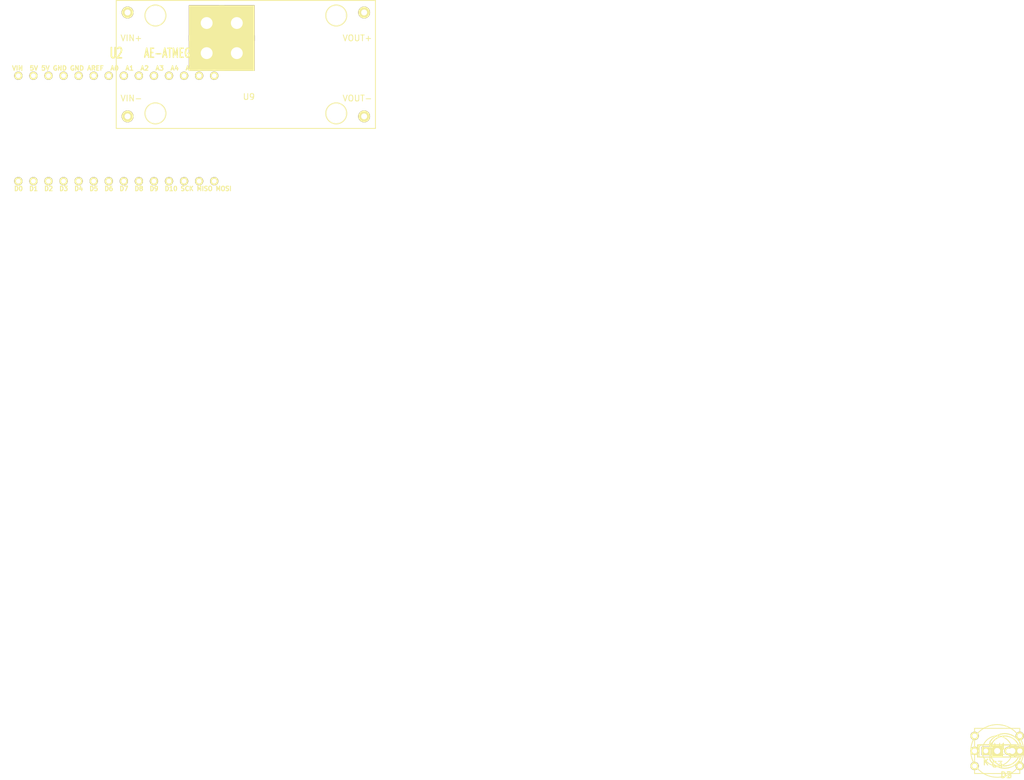
<source format=kicad_pcb>
(kicad_pcb (version 4) (host pcbnew 4.0.2+dfsg1-stable)

  (general
    (links 12)
    (no_connects 9)
    (area 0 0 0 0)
    (thickness 1.6002)
    (drawings 0)
    (tracks 0)
    (zones 0)
    (modules 11)
    (nets 39)
  )

  (page A4)
  (title_block
    (date "30 jun 2012")
  )

  (layers
    (0 表面 signal)
    (31 裏面 signal)
    (32 B.Adhes user)
    (33 F.Adhes user)
    (34 B.Paste user)
    (35 F.Paste user)
    (36 B.SilkS user)
    (37 F.SilkS user)
    (38 B.Mask user)
    (39 F.Mask user)
    (40 Dwgs.User user)
    (41 Cmts.User user)
    (42 Eco1.User user)
    (43 Eco2.User user)
    (44 Edge.Cuts user)
  )

  (setup
    (last_trace_width 0.2032)
    (user_trace_width 0.635)
    (user_trace_width 1.27)
    (user_trace_width 2.54)
    (trace_clearance 0.254)
    (zone_clearance 0.508)
    (zone_45_only no)
    (trace_min 0.2032)
    (segment_width 0.381)
    (edge_width 0.381)
    (via_size 0.889)
    (via_drill 0.635)
    (via_min_size 0.889)
    (via_min_drill 0.508)
    (user_via 2.54 2.032)
    (user_via 5.08 3.81)
    (user_via 10.16 7.62)
    (uvia_size 0.508)
    (uvia_drill 0.127)
    (uvias_allowed no)
    (uvia_min_size 0.508)
    (uvia_min_drill 0.127)
    (pcb_text_width 0.3048)
    (pcb_text_size 1.524 2.032)
    (mod_edge_width 0.381)
    (mod_text_size 1.524 1.524)
    (mod_text_width 0.3048)
    (pad_size 1.397 1.397)
    (pad_drill 0.8128)
    (pad_to_mask_clearance 0.254)
    (aux_axis_origin 112.268 73.914)
    (grid_origin 158.242 76.454)
    (visible_elements FFFFFF7F)
    (pcbplotparams
      (layerselection 0x00030_80000001)
      (usegerberextensions true)
      (excludeedgelayer true)
      (linewidth 0.150000)
      (plotframeref false)
      (viasonmask false)
      (mode 1)
      (useauxorigin false)
      (hpglpennumber 1)
      (hpglpenspeed 20)
      (hpglpendiameter 15)
      (hpglpenoverlay 0)
      (psnegative false)
      (psa4output false)
      (plotreference true)
      (plotvalue true)
      (plotinvisibletext false)
      (padsonsilk false)
      (subtractmaskfromsilk false)
      (outputformat 1)
      (mirror false)
      (drillshape 1)
      (scaleselection 1)
      (outputdirectory D53181_1_5x5/))
  )

  (net 0 "")
  (net 1 GND)
  (net 2 N-000007)
  (net 3 N-000057)
  (net 4 +5V)
  (net 5 N-000006)
  (net 6 +24V)
  (net 7 "Net-(D1-Pad2)")
  (net 8 "Net-(D2-Pad2)")
  (net 9 "Net-(D3-Pad2)")
  (net 10 "Net-(P1-Pad2)")
  (net 11 "Net-(P2-Pad2)")
  (net 12 "Net-(P3-Pad2)")
  (net 13 "Net-(U2-PadVIN)")
  (net 14 /W0)
  (net 15 /R)
  (net 16 /G)
  (net 17 /B)
  (net 18 "Net-(U2-PadIO8)")
  (net 19 "Net-(U2-PadIO9)")
  (net 20 "Net-(U2-PadIO10)")
  (net 21 "Net-(U2-PadSCK)")
  (net 22 /W2)
  (net 23 /W1)
  (net 24 "Net-(U2-PadMOSI)")
  (net 25 "Net-(U2-PadMISO)")
  (net 26 "Net-(U2-PadAD6)")
  (net 27 "Net-(U2-PadAD7)")
  (net 28 "Net-(U2-PadAD5)")
  (net 29 "Net-(U2-PadAD4)")
  (net 30 "Net-(U2-PadAD3)")
  (net 31 "Net-(U2-PadAD2)")
  (net 32 "Net-(U2-PadAD1)")
  (net 33 "Net-(U2-PadAD0)")
  (net 34 "Net-(U2-PadAREF)")
  (net 35 "Net-(U9-Pad1)")
  (net 36 "Net-(U9-Pad3)")
  (net 37 "Net-(U9-Pad2)")
  (net 38 "Net-(U9-Pad4)")

  (net_class Default "これは標準のネット クラスです。"
    (clearance 0.254)
    (trace_width 0.2032)
    (via_dia 0.889)
    (via_drill 0.635)
    (uvia_dia 0.508)
    (uvia_drill 0.127)
    (add_net +24V)
    (add_net +5V)
    (add_net /B)
    (add_net /G)
    (add_net /R)
    (add_net /W0)
    (add_net /W1)
    (add_net /W2)
    (add_net GND)
    (add_net N-000006)
    (add_net N-000007)
    (add_net N-000057)
    (add_net "Net-(D1-Pad2)")
    (add_net "Net-(D2-Pad2)")
    (add_net "Net-(D3-Pad2)")
    (add_net "Net-(P1-Pad2)")
    (add_net "Net-(P2-Pad2)")
    (add_net "Net-(P3-Pad2)")
    (add_net "Net-(U2-PadAD0)")
    (add_net "Net-(U2-PadAD1)")
    (add_net "Net-(U2-PadAD2)")
    (add_net "Net-(U2-PadAD3)")
    (add_net "Net-(U2-PadAD4)")
    (add_net "Net-(U2-PadAD5)")
    (add_net "Net-(U2-PadAD6)")
    (add_net "Net-(U2-PadAD7)")
    (add_net "Net-(U2-PadAREF)")
    (add_net "Net-(U2-PadIO10)")
    (add_net "Net-(U2-PadIO8)")
    (add_net "Net-(U2-PadIO9)")
    (add_net "Net-(U2-PadMISO)")
    (add_net "Net-(U2-PadMOSI)")
    (add_net "Net-(U2-PadSCK)")
    (add_net "Net-(U2-PadVIN)")
    (add_net "Net-(U9-Pad1)")
    (add_net "Net-(U9-Pad2)")
    (add_net "Net-(U9-Pad3)")
    (add_net "Net-(U9-Pad4)")
  )

  (module C1.5V8V (layer 表面) (tedit 0) (tstamp 5943C9AF)
    (at 148.5011 105.0036)
    (path /593584E2)
    (fp_text reference C3 (at 0 2.286) (layer F.SilkS)
      (effects (font (size 1 1) (thickness 0.15)))
    )
    (fp_text value 100μF (at 0 -2.286) (layer F.Fab)
      (effects (font (size 1 1) (thickness 0.15)))
    )
    (fp_text user + (at -3.429 -0.127) (layer F.SilkS)
      (effects (font (size 1 1) (thickness 0.15)))
    )
    (fp_circle (center 0 0) (end 0 4.445) (layer F.SilkS) (width 0.15))
    (pad 1 thru_hole rect (at -1.905 0) (size 1.397 1.397) (drill 0.8128) (layers *.Cu *.Mask F.SilkS)
      (net 4 +5V))
    (pad 2 thru_hole circle (at 1.905 0) (size 1.397 1.397) (drill 0.8128) (layers *.Cu *.Mask F.SilkS)
      (net 1 GND))
    (model Discret.3dshapes/C1.5V8V.wrl
      (at (xyz 0 0 0))
      (scale (xyz 1.5 1.5 1))
      (rotate (xyz 0 0 0))
    )
  )

  (module D3 (layer 表面) (tedit 0) (tstamp 5943C9B5)
    (at 148.5011 105.0036)
    (descr "Diode 3 pas")
    (tags "DIODE DEV")
    (path /593589F4)
    (fp_text reference D1 (at 0 0) (layer F.SilkS)
      (effects (font (size 1 1) (thickness 0.15)))
    )
    (fp_text value D_Schottky (at 0 0) (layer F.Fab)
      (effects (font (size 1 1) (thickness 0.15)))
    )
    (fp_line (start 3.81 0) (end 3.048 0) (layer F.SilkS) (width 0.15))
    (fp_line (start 3.048 0) (end 3.048 -1.016) (layer F.SilkS) (width 0.15))
    (fp_line (start 3.048 -1.016) (end -3.048 -1.016) (layer F.SilkS) (width 0.15))
    (fp_line (start -3.048 -1.016) (end -3.048 0) (layer F.SilkS) (width 0.15))
    (fp_line (start -3.048 0) (end -3.81 0) (layer F.SilkS) (width 0.15))
    (fp_line (start -3.048 0) (end -3.048 1.016) (layer F.SilkS) (width 0.15))
    (fp_line (start -3.048 1.016) (end 3.048 1.016) (layer F.SilkS) (width 0.15))
    (fp_line (start 3.048 1.016) (end 3.048 0) (layer F.SilkS) (width 0.15))
    (fp_line (start 2.54 -1.016) (end 2.54 1.016) (layer F.SilkS) (width 0.15))
    (fp_line (start 2.286 1.016) (end 2.286 -1.016) (layer F.SilkS) (width 0.15))
    (pad 1 thru_hole rect (at 3.81 0) (size 1.397 1.397) (drill 0.8128) (layers *.Cu *.Mask F.SilkS)
      (net 6 +24V))
    (pad 2 thru_hole circle (at -3.81 0) (size 1.397 1.397) (drill 0.8128) (layers *.Cu *.Mask F.SilkS)
      (net 7 "Net-(D1-Pad2)"))
    (model Discret.3dshapes/D3.wrl
      (at (xyz 0 0 0))
      (scale (xyz 0.3 0.3 0.3))
      (rotate (xyz 0 0 0))
    )
  )

  (module LED-5MM (layer 表面) (tedit 5570F7EA) (tstamp 5943C9BB)
    (at 148.5011 105.0036)
    (descr "LED 5mm round vertical")
    (tags "LED 5mm round vertical")
    (path /5938E492)
    (fp_text reference D2 (at 1.524 4.064) (layer F.SilkS)
      (effects (font (size 1 1) (thickness 0.15)))
    )
    (fp_text value D_Schottky (at 1.524 -3.937) (layer F.Fab)
      (effects (font (size 1 1) (thickness 0.15)))
    )
    (fp_line (start -1.5 -1.55) (end -1.5 1.55) (layer F.CrtYd) (width 0.05))
    (fp_arc (start 1.3 0) (end -1.5 1.55) (angle -302) (layer F.CrtYd) (width 0.05))
    (fp_arc (start 1.27 0) (end -1.23 -1.5) (angle 297.5) (layer F.SilkS) (width 0.15))
    (fp_line (start -1.23 1.5) (end -1.23 -1.5) (layer F.SilkS) (width 0.15))
    (fp_circle (center 1.27 0) (end 0.97 -2.5) (layer F.SilkS) (width 0.15))
    (fp_text user K (at -1.905 1.905) (layer F.SilkS)
      (effects (font (size 1 1) (thickness 0.15)))
    )
    (pad 1 thru_hole rect (at 0 0 90) (size 2 1.9) (drill 1.00076) (layers *.Cu *.Mask F.SilkS)
      (net 6 +24V))
    (pad 2 thru_hole circle (at 2.54 0) (size 1.9 1.9) (drill 1.00076) (layers *.Cu *.Mask F.SilkS)
      (net 8 "Net-(D2-Pad2)"))
    (model LEDs.3dshapes/LED-5MM.wrl
      (at (xyz 0.05 0 0))
      (scale (xyz 1 1 1))
      (rotate (xyz 0 0 90))
    )
  )

  (module LED-5MM (layer 表面) (tedit 5570F7EA) (tstamp 5943C9C1)
    (at 148.5011 105.0036)
    (descr "LED 5mm round vertical")
    (tags "LED 5mm round vertical")
    (path /5938F0B4)
    (fp_text reference D3 (at 1.524 4.064) (layer F.SilkS)
      (effects (font (size 1 1) (thickness 0.15)))
    )
    (fp_text value D_Schottky (at 1.524 -3.937) (layer F.Fab)
      (effects (font (size 1 1) (thickness 0.15)))
    )
    (fp_line (start -1.5 -1.55) (end -1.5 1.55) (layer F.CrtYd) (width 0.05))
    (fp_arc (start 1.3 0) (end -1.5 1.55) (angle -302) (layer F.CrtYd) (width 0.05))
    (fp_arc (start 1.27 0) (end -1.23 -1.5) (angle 297.5) (layer F.SilkS) (width 0.15))
    (fp_line (start -1.23 1.5) (end -1.23 -1.5) (layer F.SilkS) (width 0.15))
    (fp_circle (center 1.27 0) (end 0.97 -2.5) (layer F.SilkS) (width 0.15))
    (fp_text user K (at -1.905 1.905) (layer F.SilkS)
      (effects (font (size 1 1) (thickness 0.15)))
    )
    (pad 1 thru_hole rect (at 0 0 90) (size 2 1.9) (drill 1.00076) (layers *.Cu *.Mask F.SilkS)
      (net 6 +24V))
    (pad 2 thru_hole circle (at 2.54 0) (size 1.9 1.9) (drill 1.00076) (layers *.Cu *.Mask F.SilkS)
      (net 9 "Net-(D3-Pad2)"))
    (model LEDs.3dshapes/LED-5MM.wrl
      (at (xyz 0.05 0 0))
      (scale (xyz 1 1 1))
      (rotate (xyz 0 0 90))
    )
  )

  (module R3 (layer 表面) (tedit 0) (tstamp 5943C9C7)
    (at 148.5011 105.0036)
    (descr "Resitance 3 pas")
    (tags R)
    (path /59358602)
    (fp_text reference R1 (at 0 0.127) (layer F.SilkS)
      (effects (font (size 1 1) (thickness 0.15)))
    )
    (fp_text value 0.156Ω (at 0 0.127) (layer F.Fab)
      (effects (font (size 1 1) (thickness 0.15)))
    )
    (fp_line (start -3.81 0) (end -3.302 0) (layer F.SilkS) (width 0.15))
    (fp_line (start 3.81 0) (end 3.302 0) (layer F.SilkS) (width 0.15))
    (fp_line (start 3.302 0) (end 3.302 -1.016) (layer F.SilkS) (width 0.15))
    (fp_line (start 3.302 -1.016) (end -3.302 -1.016) (layer F.SilkS) (width 0.15))
    (fp_line (start -3.302 -1.016) (end -3.302 1.016) (layer F.SilkS) (width 0.15))
    (fp_line (start -3.302 1.016) (end 3.302 1.016) (layer F.SilkS) (width 0.15))
    (fp_line (start 3.302 1.016) (end 3.302 0) (layer F.SilkS) (width 0.15))
    (fp_line (start -3.302 -0.508) (end -2.794 -1.016) (layer F.SilkS) (width 0.15))
    (pad 1 thru_hole circle (at -3.81 0) (size 1.397 1.397) (drill 0.8128) (layers *.Cu *.Mask F.SilkS)
      (net 6 +24V))
    (pad 2 thru_hole circle (at 3.81 0) (size 1.397 1.397) (drill 0.8128) (layers *.Cu *.Mask F.SilkS)
      (net 10 "Net-(P1-Pad2)"))
    (model Discret.3dshapes/R3.wrl
      (at (xyz 0 0 0))
      (scale (xyz 0.3 0.3 0.3))
      (rotate (xyz 0 0 0))
    )
  )

  (module R3 (layer 表面) (tedit 0) (tstamp 5943C9CD)
    (at 148.5011 105.0036)
    (descr "Resitance 3 pas")
    (tags R)
    (path /5938E485)
    (fp_text reference R2 (at 0 0.127) (layer F.SilkS)
      (effects (font (size 1 1) (thickness 0.15)))
    )
    (fp_text value 0.156Ω (at 0 0.127) (layer F.Fab)
      (effects (font (size 1 1) (thickness 0.15)))
    )
    (fp_line (start -3.81 0) (end -3.302 0) (layer F.SilkS) (width 0.15))
    (fp_line (start 3.81 0) (end 3.302 0) (layer F.SilkS) (width 0.15))
    (fp_line (start 3.302 0) (end 3.302 -1.016) (layer F.SilkS) (width 0.15))
    (fp_line (start 3.302 -1.016) (end -3.302 -1.016) (layer F.SilkS) (width 0.15))
    (fp_line (start -3.302 -1.016) (end -3.302 1.016) (layer F.SilkS) (width 0.15))
    (fp_line (start -3.302 1.016) (end 3.302 1.016) (layer F.SilkS) (width 0.15))
    (fp_line (start 3.302 1.016) (end 3.302 0) (layer F.SilkS) (width 0.15))
    (fp_line (start -3.302 -0.508) (end -2.794 -1.016) (layer F.SilkS) (width 0.15))
    (pad 1 thru_hole circle (at -3.81 0) (size 1.397 1.397) (drill 0.8128) (layers *.Cu *.Mask F.SilkS)
      (net 6 +24V))
    (pad 2 thru_hole circle (at 3.81 0) (size 1.397 1.397) (drill 0.8128) (layers *.Cu *.Mask F.SilkS)
      (net 11 "Net-(P2-Pad2)"))
    (model Discret.3dshapes/R3.wrl
      (at (xyz 0 0 0))
      (scale (xyz 0.3 0.3 0.3))
      (rotate (xyz 0 0 0))
    )
  )

  (module R3 (layer 表面) (tedit 0) (tstamp 5943C9D3)
    (at 148.5011 105.0036)
    (descr "Resitance 3 pas")
    (tags R)
    (path /5938F0A7)
    (fp_text reference R3 (at 0 0.127) (layer F.SilkS)
      (effects (font (size 1 1) (thickness 0.15)))
    )
    (fp_text value 0.156Ω (at 0 0.127) (layer F.Fab)
      (effects (font (size 1 1) (thickness 0.15)))
    )
    (fp_line (start -3.81 0) (end -3.302 0) (layer F.SilkS) (width 0.15))
    (fp_line (start 3.81 0) (end 3.302 0) (layer F.SilkS) (width 0.15))
    (fp_line (start 3.302 0) (end 3.302 -1.016) (layer F.SilkS) (width 0.15))
    (fp_line (start 3.302 -1.016) (end -3.302 -1.016) (layer F.SilkS) (width 0.15))
    (fp_line (start -3.302 -1.016) (end -3.302 1.016) (layer F.SilkS) (width 0.15))
    (fp_line (start -3.302 1.016) (end 3.302 1.016) (layer F.SilkS) (width 0.15))
    (fp_line (start 3.302 1.016) (end 3.302 0) (layer F.SilkS) (width 0.15))
    (fp_line (start -3.302 -0.508) (end -2.794 -1.016) (layer F.SilkS) (width 0.15))
    (pad 1 thru_hole circle (at -3.81 0) (size 1.397 1.397) (drill 0.8128) (layers *.Cu *.Mask F.SilkS)
      (net 6 +24V))
    (pad 2 thru_hole circle (at 3.81 0) (size 1.397 1.397) (drill 0.8128) (layers *.Cu *.Mask F.SilkS)
      (net 12 "Net-(P3-Pad2)"))
    (model Discret.3dshapes/R3.wrl
      (at (xyz 0 0 0))
      (scale (xyz 0.3 0.3 0.3))
      (rotate (xyz 0 0 0))
    )
  )

  (module SW_PUSH_SMALL (layer 表面) (tedit 0) (tstamp 5943C9DB)
    (at 148.5011 105.0036)
    (path /4F917BC9)
    (fp_text reference SW1 (at 0 -0.762) (layer F.SilkS)
      (effects (font (size 1 1) (thickness 0.15)))
    )
    (fp_text value RESET (at 0 1.016) (layer F.Fab)
      (effects (font (size 1 1) (thickness 0.15)))
    )
    (fp_circle (center 0 0) (end 0 -2.54) (layer F.SilkS) (width 0.15))
    (fp_line (start -3.81 -3.81) (end 3.81 -3.81) (layer F.SilkS) (width 0.15))
    (fp_line (start 3.81 -3.81) (end 3.81 3.81) (layer F.SilkS) (width 0.15))
    (fp_line (start 3.81 3.81) (end -3.81 3.81) (layer F.SilkS) (width 0.15))
    (fp_line (start -3.81 -3.81) (end -3.81 3.81) (layer F.SilkS) (width 0.15))
    (pad 1 thru_hole circle (at 3.81 -2.54) (size 1.397 1.397) (drill 0.8128) (layers *.Cu *.Mask F.SilkS)
      (net 3 N-000057))
    (pad 2 thru_hole circle (at 3.81 2.54) (size 1.397 1.397) (drill 0.8128) (layers *.Cu *.Mask F.SilkS)
      (net 1 GND))
    (pad 1 thru_hole circle (at -3.81 -2.54) (size 1.397 1.397) (drill 0.8128) (layers *.Cu *.Mask F.SilkS)
      (net 3 N-000057))
    (pad 2 thru_hole circle (at -3.81 2.54) (size 1.397 1.397) (drill 0.8128) (layers *.Cu *.Mask F.SilkS)
      (net 1 GND))
  )

  (module R3 (layer 表面) (tedit 0) (tstamp 5943C9E1)
    (at 148.5011 105.0036)
    (descr "Resitance 3 pas")
    (tags R)
    (path /4F9182D9)
    (fp_text reference TH1 (at 0 0.127) (layer F.SilkS)
      (effects (font (size 1 1) (thickness 0.15)))
    )
    (fp_text value THERMISTOR (at 0 0.127) (layer F.Fab)
      (effects (font (size 1 1) (thickness 0.15)))
    )
    (fp_line (start -3.81 0) (end -3.302 0) (layer F.SilkS) (width 0.15))
    (fp_line (start 3.81 0) (end 3.302 0) (layer F.SilkS) (width 0.15))
    (fp_line (start 3.302 0) (end 3.302 -1.016) (layer F.SilkS) (width 0.15))
    (fp_line (start 3.302 -1.016) (end -3.302 -1.016) (layer F.SilkS) (width 0.15))
    (fp_line (start -3.302 -1.016) (end -3.302 1.016) (layer F.SilkS) (width 0.15))
    (fp_line (start -3.302 1.016) (end 3.302 1.016) (layer F.SilkS) (width 0.15))
    (fp_line (start 3.302 1.016) (end 3.302 0) (layer F.SilkS) (width 0.15))
    (fp_line (start -3.302 -0.508) (end -2.794 -1.016) (layer F.SilkS) (width 0.15))
    (pad 1 thru_hole circle (at -3.81 0) (size 1.397 1.397) (drill 0.8128) (layers *.Cu *.Mask F.SilkS)
      (net 2 N-000007))
    (pad 2 thru_hole circle (at 3.81 0) (size 1.397 1.397) (drill 0.8128) (layers *.Cu *.Mask F.SilkS)
      (net 5 N-000006))
    (model Discret.3dshapes/R3.wrl
      (at (xyz 0 0 0))
      (scale (xyz 0.3 0.3 0.3))
      (rotate (xyz 0 0 0))
    )
  )

  (module library:AE-ATMEGA328-MINI (layer 表面) (tedit 593546B7) (tstamp 5943CA24)
    (at 0 0)
    (descr AE-ATMEGA328-MINI)
    (tags AE-ATMEGA328-MINI)
    (path /59358296)
    (fp_text reference U2 (at 0 -12.7) (layer F.SilkS)
      (effects (font (size 1.72974 1.08712) (thickness 0.27178)))
    )
    (fp_text value AE-ATMEGA328-MINI (at 12.7 -12.7) (layer F.SilkS)
      (effects (font (size 1.524 1.016) (thickness 0.254)))
    )
    (fp_text user "    D0  D1  D2  D3  D4  D5  D6  D7  D8  D9  D10 SCK MISO MOSI" (at 0 10.16) (layer F.SilkS)
      (effects (font (size 0.762 0.73) (thickness 0.1725)))
    )
    (fp_text user " VIN  5V 5V GND GND AREF  A0  A1  A2  A3  A4  A5  A6  A7" (at 0 -10.16) (layer F.SilkS)
      (effects (font (size 0.762 0.76) (thickness 0.17526)))
    )
    (pad 5V thru_hole circle (at -11.43 -8.89) (size 1.397 1.397) (drill 0.8128) (layers *.Cu *.Mask F.SilkS)
      (net 4 +5V))
    (pad 5V thru_hole circle (at -13.97 -8.89) (size 1.397 1.397) (drill 0.8128) (layers *.Cu *.Mask F.SilkS)
      (net 4 +5V))
    (pad VIN thru_hole circle (at -16.51 -8.89) (size 1.397 1.397) (drill 0.8128) (layers *.Cu *.Mask F.SilkS)
      (net 13 "Net-(U2-PadVIN)"))
    (pad IO0 thru_hole circle (at -16.51 8.89) (size 1.397 1.397) (drill 0.8128) (layers *.Cu *.Mask F.SilkS))
    (pad IO1 thru_hole circle (at -13.97 8.89) (size 1.397 1.397) (drill 0.8128) (layers *.Cu *.Mask F.SilkS))
    (pad IO2 thru_hole circle (at -11.43 8.89) (size 1.397 1.397) (drill 0.8128) (layers *.Cu *.Mask F.SilkS)
      (net 14 /W0))
    (pad IO5 thru_hole circle (at -3.81 8.89) (size 1.397 1.397) (drill 0.8128) (layers *.Cu *.Mask F.SilkS)
      (net 15 /R))
    (pad IO6 thru_hole circle (at -1.27 8.89) (size 1.397 1.397) (drill 0.8128) (layers *.Cu *.Mask F.SilkS)
      (net 16 /G))
    (pad IO7 thru_hole circle (at 1.27 8.89) (size 1.397 1.397) (drill 0.8128) (layers *.Cu *.Mask F.SilkS)
      (net 17 /B))
    (pad IO8 thru_hole circle (at 3.81 8.89) (size 1.397 1.397) (drill 0.8128) (layers *.Cu *.Mask F.SilkS)
      (net 18 "Net-(U2-PadIO8)"))
    (pad IO9 thru_hole circle (at 6.35 8.89) (size 1.397 1.397) (drill 0.8128) (layers *.Cu *.Mask F.SilkS)
      (net 19 "Net-(U2-PadIO9)"))
    (pad IO10 thru_hole circle (at 8.89 8.89) (size 1.397 1.397) (drill 0.8128) (layers *.Cu *.Mask F.SilkS)
      (net 20 "Net-(U2-PadIO10)"))
    (pad SCK thru_hole circle (at 11.43 8.89) (size 1.397 1.397) (drill 0.8128) (layers *.Cu *.Mask F.SilkS)
      (net 21 "Net-(U2-PadSCK)"))
    (pad IO4 thru_hole circle (at -6.35 8.89) (size 1.397 1.397) (drill 0.8128) (layers *.Cu *.Mask F.SilkS)
      (net 22 /W2))
    (pad IO3 thru_hole circle (at -8.89 8.89) (size 1.397 1.397) (drill 0.8128) (layers *.Cu *.Mask F.SilkS)
      (net 23 /W1))
    (pad MOSI thru_hole circle (at 16.51 8.89) (size 1.397 1.397) (drill 0.8128) (layers *.Cu *.Mask F.SilkS)
      (net 24 "Net-(U2-PadMOSI)"))
    (pad MISO thru_hole circle (at 13.97 8.89) (size 1.397 1.397) (drill 0.8128) (layers *.Cu *.Mask F.SilkS)
      (net 25 "Net-(U2-PadMISO)"))
    (pad AD6 thru_hole circle (at 13.97 -8.89) (size 1.397 1.397) (drill 0.8128) (layers *.Cu *.Mask F.SilkS)
      (net 26 "Net-(U2-PadAD6)"))
    (pad AD7 thru_hole circle (at 16.51 -8.89) (size 1.397 1.397) (drill 0.8128) (layers *.Cu *.Mask F.SilkS)
      (net 27 "Net-(U2-PadAD7)"))
    (pad GND thru_hole circle (at -8.89 -8.89) (size 1.397 1.397) (drill 0.8128) (layers *.Cu *.Mask F.SilkS)
      (net 1 GND))
    (pad GND thru_hole circle (at -6.35 -8.89) (size 1.397 1.397) (drill 0.8128) (layers *.Cu *.Mask F.SilkS)
      (net 1 GND))
    (pad AD5 thru_hole circle (at 11.43 -8.89) (size 1.397 1.397) (drill 0.8128) (layers *.Cu *.Mask F.SilkS)
      (net 28 "Net-(U2-PadAD5)"))
    (pad AD4 thru_hole circle (at 8.89 -8.89) (size 1.397 1.397) (drill 0.8128) (layers *.Cu *.Mask F.SilkS)
      (net 29 "Net-(U2-PadAD4)"))
    (pad AD3 thru_hole circle (at 6.35 -8.89) (size 1.397 1.397) (drill 0.8128) (layers *.Cu *.Mask F.SilkS)
      (net 30 "Net-(U2-PadAD3)"))
    (pad AD2 thru_hole circle (at 3.81 -8.89) (size 1.397 1.397) (drill 0.8128) (layers *.Cu *.Mask F.SilkS)
      (net 31 "Net-(U2-PadAD2)"))
    (pad AD1 thru_hole circle (at 1.27 -8.89) (size 1.397 1.397) (drill 0.8128) (layers *.Cu *.Mask F.SilkS)
      (net 32 "Net-(U2-PadAD1)"))
    (pad AD0 thru_hole circle (at -1.27 -8.89) (size 1.397 1.397) (drill 0.8128) (layers *.Cu *.Mask F.SilkS)
      (net 33 "Net-(U2-PadAD0)"))
    (pad AREF thru_hole circle (at -3.81 -8.89) (size 1.397 1.397) (drill 0.8128) (layers *.Cu *.Mask F.SilkS)
      (net 34 "Net-(U2-PadAREF)"))
  )

  (module library:DCDC_MODULE_LM2596HVS (layer 表面) (tedit 55D49265) (tstamp 5943CA45)
    (at 0 0)
    (tags DCDC)
    (path /5943CAB9)
    (fp_text reference U9 (at 22.352 -5.334) (layer F.SilkS)
      (effects (font (size 1 1) (thickness 0.15)))
    )
    (fp_text value LM2596HV_DCDC_Module (at 21.844 -1.27) (layer F.Fab)
      (effects (font (size 1 1) (thickness 0.15)))
    )
    (fp_text user VOUT- (at 40.64 -5.08) (layer F.SilkS)
      (effects (font (size 1 1) (thickness 0.15)))
    )
    (fp_text user VOUT+ (at 40.64 -15.24) (layer F.SilkS)
      (effects (font (size 1 1) (thickness 0.15)))
    )
    (fp_text user VIN- (at 2.54 -5.08) (layer F.SilkS)
      (effects (font (size 1 1) (thickness 0.15)))
    )
    (fp_text user VIN+ (at 2.54 -15.24) (layer F.SilkS)
      (effects (font (size 1 1) (thickness 0.15)))
    )
    (fp_circle (center 6.604 -2.54) (end 8.382 -2.54) (layer F.SilkS) (width 0.15))
    (fp_circle (center 37.084 -2.54) (end 38.862 -2.54) (layer F.SilkS) (width 0.15))
    (fp_circle (center 37.084 -19.05) (end 38.862 -19.05) (layer F.SilkS) (width 0.15))
    (fp_circle (center 6.604 -19.05) (end 8.382 -19.05) (layer F.SilkS) (width 0.15))
    (fp_circle (center 37.084 -19.05) (end 38.608 -19.05) (layer F.SilkS) (width 0.15))
    (fp_circle (center 6.604 -2.54) (end 8.128 -2.54) (layer F.SilkS) (width 0.15))
    (fp_circle (center 37.084 -2.54) (end 38.608 -2.54) (layer F.SilkS) (width 0.15))
    (fp_circle (center 6.604 -19.05) (end 8.128 -19.05) (layer F.SilkS) (width 0.15))
    (fp_line (start 42.672 -2.032) (end 41.656 -2.032) (layer F.SilkS) (width 0.15))
    (fp_line (start 43.688 0) (end 43.688 -21.59) (layer F.SilkS) (width 0.15))
    (fp_line (start 43.688 -21.59) (end 0 -21.59) (layer F.SilkS) (width 0.15))
    (fp_line (start 0 -21.59) (end 0 0) (layer F.SilkS) (width 0.15))
    (fp_line (start 0 0) (end 43.688 0) (layer F.SilkS) (width 0.15))
    (pad 1 thru_hole circle (at 1.905 -19.558) (size 2 2) (drill 1) (layers *.Cu *.Mask F.SilkS)
      (net 35 "Net-(U9-Pad1)"))
    (pad 3 thru_hole circle (at 41.783 -19.558) (size 2 2) (drill 1) (layers *.Cu *.Mask F.SilkS)
      (net 36 "Net-(U9-Pad3)"))
    (pad 2 thru_hole circle (at 1.905 -2.032) (size 2 2) (drill 1) (layers *.Cu *.Mask F.SilkS)
      (net 37 "Net-(U9-Pad2)"))
    (pad 4 thru_hole circle (at 41.783 -2.032) (size 2 2) (drill 1) (layers *.Cu *.Mask F.SilkS)
      (net 38 "Net-(U9-Pad4)"))
    (pad "" np_thru_hole circle (at 6.604 -19.05) (size 3.2 3.2) (drill 3.2) (layers *.Cu *.Mask F.SilkS))
    (pad "" np_thru_hole circle (at 37.084 -19.05) (size 3.2 3.2) (drill 3.2) (layers *.Cu *.Mask F.SilkS))
    (pad "" np_thru_hole circle (at 6.604 -2.54) (size 3.2 3.2) (drill 3.2) (layers *.Cu *.Mask F.SilkS))
    (pad "" np_thru_hole circle (at 37.084 -2.54) (size 3.2 3.2) (drill 3.2) (layers *.Cu *.Mask F.SilkS))
    (pad "" thru_hole trapezoid (at 15.24 -17.78) (size 6 6) (drill 2) (layers *.Cu *.Mask F.SilkS))
    (pad "" thru_hole trapezoid (at 20.32 -17.78) (size 6 6) (drill 2) (layers *.Cu *.Mask F.SilkS))
    (pad "" thru_hole trapezoid (at 15.24 -12.7) (size 6 6) (drill 2) (layers *.Cu *.Mask F.SilkS))
    (pad "" thru_hole trapezoid (at 20.32 -12.7) (size 6 6) (drill 2) (layers *.Cu *.Mask F.SilkS))
    (model Connect.3dshapes/RJ45_8.wrl
      (at (xyz 0 0 0))
      (scale (xyz 0.4 0.4 0.4))
      (rotate (xyz 0 0 0))
    )
  )

)

</source>
